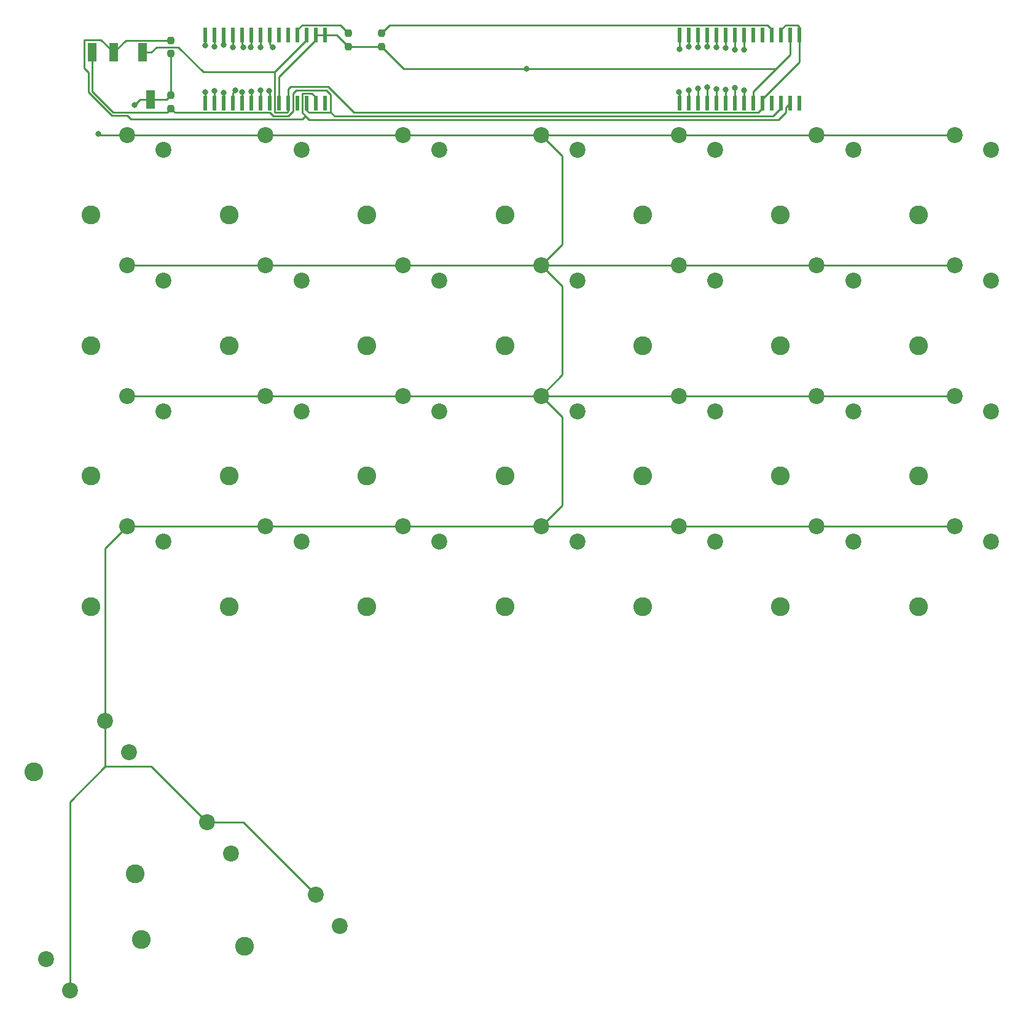
<source format=gbr>
%TF.GenerationSoftware,KiCad,Pcbnew,(6.0.10)*%
%TF.CreationDate,2023-01-22T22:35:48-08:00*%
%TF.ProjectId,keyboard_right,6b657962-6f61-4726-945f-72696768742e,rev?*%
%TF.SameCoordinates,Original*%
%TF.FileFunction,Copper,L1,Top*%
%TF.FilePolarity,Positive*%
%FSLAX46Y46*%
G04 Gerber Fmt 4.6, Leading zero omitted, Abs format (unit mm)*
G04 Created by KiCad (PCBNEW (6.0.10)) date 2023-01-22 22:35:48*
%MOMM*%
%LPD*%
G01*
G04 APERTURE LIST*
G04 Aperture macros list*
%AMRoundRect*
0 Rectangle with rounded corners*
0 $1 Rounding radius*
0 $2 $3 $4 $5 $6 $7 $8 $9 X,Y pos of 4 corners*
0 Add a 4 corners polygon primitive as box body*
4,1,4,$2,$3,$4,$5,$6,$7,$8,$9,$2,$3,0*
0 Add four circle primitives for the rounded corners*
1,1,$1+$1,$2,$3*
1,1,$1+$1,$4,$5*
1,1,$1+$1,$6,$7*
1,1,$1+$1,$8,$9*
0 Add four rect primitives between the rounded corners*
20,1,$1+$1,$2,$3,$4,$5,0*
20,1,$1+$1,$4,$5,$6,$7,0*
20,1,$1+$1,$6,$7,$8,$9,0*
20,1,$1+$1,$8,$9,$2,$3,0*%
G04 Aperture macros list end*
%TA.AperFunction,ComponentPad*%
%ADD10C,2.600000*%
%TD*%
%TA.AperFunction,ComponentPad*%
%ADD11C,2.200000*%
%TD*%
%TA.AperFunction,SMDPad,CuDef*%
%ADD12RoundRect,0.237500X-0.237500X0.250000X-0.237500X-0.250000X0.237500X-0.250000X0.237500X0.250000X0*%
%TD*%
%TA.AperFunction,SMDPad,CuDef*%
%ADD13R,1.200000X2.500000*%
%TD*%
%TA.AperFunction,SMDPad,CuDef*%
%ADD14R,0.600000X2.000000*%
%TD*%
%TA.AperFunction,SMDPad,CuDef*%
%ADD15RoundRect,0.237500X0.237500X-0.250000X0.237500X0.250000X-0.237500X0.250000X-0.237500X-0.250000X0*%
%TD*%
%TA.AperFunction,ViaPad*%
%ADD16C,0.800000*%
%TD*%
%TA.AperFunction,Conductor*%
%ADD17C,0.250000*%
%TD*%
G04 APERTURE END LIST*
D10*
%TO.P,SW25,*%
%TO.N,*%
X84000000Y-60150000D03*
D11*
%TO.P,SW25,1,1*%
%TO.N,+5V*%
X89000000Y-49100000D03*
%TO.P,SW25,2,2*%
%TO.N,Net-(SW25-Pad2)*%
X94000000Y-51200000D03*
%TD*%
D10*
%TO.P,SW5,*%
%TO.N,*%
X179000000Y-60150000D03*
D11*
%TO.P,SW5,1,1*%
%TO.N,+5V*%
X184000000Y-49100000D03*
%TO.P,SW5,2,2*%
%TO.N,Net-(SW5-Pad2)*%
X189000000Y-51200000D03*
%TD*%
D10*
%TO.P,SW12,*%
%TO.N,*%
X160000000Y-114150000D03*
D11*
%TO.P,SW12,1,1*%
%TO.N,+5V*%
X165000000Y-103100000D03*
%TO.P,SW12,2,2*%
%TO.N,Net-(SW12-Pad2)*%
X170000000Y-105200000D03*
%TD*%
D10*
%TO.P,SW6,*%
%TO.N,*%
X179000000Y-78150000D03*
D11*
%TO.P,SW6,1,1*%
%TO.N,+5V*%
X184000000Y-67100000D03*
%TO.P,SW6,2,2*%
%TO.N,Net-(SW6-Pad2)*%
X189000000Y-69200000D03*
%TD*%
D10*
%TO.P,SW7,*%
%TO.N,*%
X179000000Y-96150000D03*
D11*
%TO.P,SW7,1,1*%
%TO.N,+5V*%
X184000000Y-85100000D03*
%TO.P,SW7,2,2*%
%TO.N,Net-(SW7-Pad2)*%
X189000000Y-87200000D03*
%TD*%
D10*
%TO.P,SW19,*%
%TO.N,*%
X122000000Y-96150000D03*
D11*
%TO.P,SW19,1,1*%
%TO.N,+5V*%
X127000000Y-85100000D03*
%TO.P,SW19,2,2*%
%TO.N,Net-(SW19-Pad2)*%
X132000000Y-87200000D03*
%TD*%
D12*
%TO.P,R2,1*%
%TO.N,/SDA*%
X94935000Y-36087500D03*
%TO.P,R2,2*%
%TO.N,+5V*%
X94935000Y-37912500D03*
%TD*%
D10*
%TO.P,SW3,*%
%TO.N,*%
X198000000Y-96150000D03*
D11*
%TO.P,SW3,1,1*%
%TO.N,+5V*%
X203000000Y-85100000D03*
%TO.P,SW3,2,2*%
%TO.N,Net-(SW3-Pad2)*%
X208000000Y-87200000D03*
%TD*%
D10*
%TO.P,SW9,*%
%TO.N,*%
X160000000Y-60150000D03*
D11*
%TO.P,SW9,1,1*%
%TO.N,+5V*%
X165000000Y-49100000D03*
%TO.P,SW9,2,2*%
%TO.N,Net-(SW9-Pad2)*%
X170000000Y-51200000D03*
%TD*%
D10*
%TO.P,SW14,*%
%TO.N,*%
X141000000Y-78150000D03*
D11*
%TO.P,SW14,1,1*%
%TO.N,+5V*%
X146000000Y-67100000D03*
%TO.P,SW14,2,2*%
%TO.N,Net-(SW14-Pad2)*%
X151000000Y-69200000D03*
%TD*%
D10*
%TO.P,SW1,*%
%TO.N,*%
X198000000Y-60150000D03*
D11*
%TO.P,SW1,1,1*%
%TO.N,+5V*%
X203000000Y-49100000D03*
%TO.P,SW1,2,2*%
%TO.N,Net-(SW1-Pad2)*%
X208000000Y-51200000D03*
%TD*%
D10*
%TO.P,SW32,*%
%TO.N,*%
X105094873Y-160960031D03*
D11*
%TO.P,SW32,1,1*%
%TO.N,+5V*%
X114950000Y-153890450D03*
%TO.P,SW32,2,2*%
%TO.N,Net-(SW32-Pad2)*%
X118230127Y-158209103D03*
%TD*%
D10*
%TO.P,SW20,*%
%TO.N,*%
X122000000Y-114150000D03*
D11*
%TO.P,SW20,1,1*%
%TO.N,+5V*%
X127000000Y-103100000D03*
%TO.P,SW20,2,2*%
%TO.N,Net-(SW20-Pad2)*%
X132000000Y-105200000D03*
%TD*%
D10*
%TO.P,SW29,*%
%TO.N,*%
X76094873Y-136960031D03*
D11*
%TO.P,SW29,1,1*%
%TO.N,+5V*%
X85950000Y-129890450D03*
%TO.P,SW29,2,2*%
%TO.N,Net-(SW29-Pad2)*%
X89230127Y-134209103D03*
%TD*%
D10*
%TO.P,SW10,*%
%TO.N,*%
X160000000Y-78150000D03*
D11*
%TO.P,SW10,1,1*%
%TO.N,+5V*%
X165000000Y-67100000D03*
%TO.P,SW10,2,2*%
%TO.N,Net-(SW10-Pad2)*%
X170000000Y-69200000D03*
%TD*%
D13*
%TO.P,J1,R1*%
%TO.N,/SDA*%
X87095000Y-37750000D03*
%TO.P,J1,R2*%
%TO.N,/SCK*%
X84095000Y-37750000D03*
%TO.P,J1,S*%
%TO.N,+5V*%
X92195000Y-44250000D03*
%TO.P,J1,T*%
%TO.N,GND*%
X91095000Y-37750000D03*
%TD*%
D10*
%TO.P,SW8,*%
%TO.N,*%
X179000000Y-114150000D03*
D11*
%TO.P,SW8,1,1*%
%TO.N,+5V*%
X184000000Y-103100000D03*
%TO.P,SW8,2,2*%
%TO.N,Net-(SW8-Pad2)*%
X189000000Y-105200000D03*
%TD*%
D10*
%TO.P,SW31,*%
%TO.N,*%
X90094873Y-150960031D03*
D11*
%TO.P,SW31,1,1*%
%TO.N,+5V*%
X99950000Y-143890450D03*
%TO.P,SW31,2,2*%
%TO.N,Net-(SW31-Pad2)*%
X103230127Y-148209103D03*
%TD*%
D10*
%TO.P,SW15,*%
%TO.N,*%
X141000000Y-96150000D03*
D11*
%TO.P,SW15,1,1*%
%TO.N,+5V*%
X146000000Y-85100000D03*
%TO.P,SW15,2,2*%
%TO.N,Net-(SW15-Pad2)*%
X151000000Y-87200000D03*
%TD*%
D10*
%TO.P,SW2,*%
%TO.N,*%
X198000000Y-78150000D03*
D11*
%TO.P,SW2,1,1*%
%TO.N,+5V*%
X203000000Y-67100000D03*
%TO.P,SW2,2,2*%
%TO.N,Net-(SW2-Pad2)*%
X208000000Y-69200000D03*
%TD*%
D12*
%TO.P,R3,1*%
%TO.N,/Reset 1*%
X124000000Y-35087500D03*
%TO.P,R3,2*%
%TO.N,+5V*%
X124000000Y-36912500D03*
%TD*%
D14*
%TO.P,U1,1,GPB0*%
%TO.N,Net-(SW1-Pad2)*%
X165110000Y-44700000D03*
%TO.P,U1,2,GPB1*%
%TO.N,Net-(SW2-Pad2)*%
X166380000Y-44700000D03*
%TO.P,U1,3,GPB2*%
%TO.N,Net-(SW3-Pad2)*%
X167650000Y-44700000D03*
%TO.P,U1,4,GPB3*%
%TO.N,Net-(SW4-Pad2)*%
X168920000Y-44700000D03*
%TO.P,U1,5,GPB4*%
%TO.N,Net-(SW5-Pad2)*%
X170190000Y-44700000D03*
%TO.P,U1,6,GPB5*%
%TO.N,Net-(SW6-Pad2)*%
X171460000Y-44700000D03*
%TO.P,U1,7,GPB6*%
%TO.N,Net-(SW7-Pad2)*%
X172730000Y-44700000D03*
%TO.P,U1,8,GPB7*%
%TO.N,Net-(SW8-Pad2)*%
X174000000Y-44700000D03*
%TO.P,U1,9,VDD*%
%TO.N,+5V*%
X175270000Y-44700000D03*
%TO.P,U1,10,VSS*%
%TO.N,GND*%
X176540000Y-44700000D03*
%TO.P,U1,11,NC*%
%TO.N,unconnected-(U1-Pad11)*%
X177810000Y-44700000D03*
%TO.P,U1,12,SCK*%
%TO.N,/SCK*%
X179080000Y-44700000D03*
%TO.P,U1,13,SDA*%
%TO.N,/SDA*%
X180350000Y-44700000D03*
%TO.P,U1,14,NC*%
%TO.N,unconnected-(U1-Pad14)*%
X181620000Y-44700000D03*
%TO.P,U1,15,A0*%
%TO.N,GND*%
X181620000Y-35300000D03*
%TO.P,U1,16,A1*%
%TO.N,+5V*%
X180350000Y-35300000D03*
%TO.P,U1,17,A2*%
%TO.N,GND*%
X179080000Y-35300000D03*
%TO.P,U1,18,~{RESET}*%
%TO.N,/Reset 1*%
X177810000Y-35300000D03*
%TO.P,U1,19,INTB*%
%TO.N,unconnected-(U1-Pad19)*%
X176540000Y-35300000D03*
%TO.P,U1,20,INTA*%
%TO.N,unconnected-(U1-Pad20)*%
X175270000Y-35300000D03*
%TO.P,U1,21,GPA0*%
%TO.N,Net-(SW9-Pad2)*%
X174000000Y-35300000D03*
%TO.P,U1,22,GPA1*%
%TO.N,Net-(SW10-Pad2)*%
X172730000Y-35300000D03*
%TO.P,U1,23,GPA2*%
%TO.N,Net-(SW11-Pad2)*%
X171460000Y-35300000D03*
%TO.P,U1,24,GPA3*%
%TO.N,Net-(SW12-Pad2)*%
X170190000Y-35300000D03*
%TO.P,U1,25,GPA4*%
%TO.N,Net-(SW13-Pad2)*%
X168920000Y-35300000D03*
%TO.P,U1,26,GPA5*%
%TO.N,Net-(SW14-Pad2)*%
X167650000Y-35300000D03*
%TO.P,U1,27,GPA6*%
%TO.N,Net-(SW15-Pad2)*%
X166380000Y-35300000D03*
%TO.P,U1,28,GPA7*%
%TO.N,Net-(SW16-Pad2)*%
X165110000Y-35300000D03*
%TD*%
D10*
%TO.P,SW11,*%
%TO.N,*%
X160000000Y-96150000D03*
D11*
%TO.P,SW11,1,1*%
%TO.N,+5V*%
X165000000Y-85100000D03*
%TO.P,SW11,2,2*%
%TO.N,Net-(SW11-Pad2)*%
X170000000Y-87200000D03*
%TD*%
D10*
%TO.P,SW30,*%
%TO.N,*%
X90905127Y-160039969D03*
D11*
%TO.P,SW30,1,1*%
%TO.N,+5V*%
X81050000Y-167109550D03*
%TO.P,SW30,2,2*%
%TO.N,Net-(SW30-Pad2)*%
X77769873Y-162790897D03*
%TD*%
D12*
%TO.P,R4,1*%
%TO.N,/Reset 2*%
X119412500Y-35087500D03*
%TO.P,R4,2*%
%TO.N,+5V*%
X119412500Y-36912500D03*
%TD*%
D10*
%TO.P,SW22,*%
%TO.N,*%
X103000000Y-78150000D03*
D11*
%TO.P,SW22,1,1*%
%TO.N,+5V*%
X108000000Y-67100000D03*
%TO.P,SW22,2,2*%
%TO.N,Net-(SW22-Pad2)*%
X113000000Y-69200000D03*
%TD*%
D10*
%TO.P,SW4,*%
%TO.N,*%
X198000000Y-114150000D03*
D11*
%TO.P,SW4,1,1*%
%TO.N,+5V*%
X203000000Y-103100000D03*
%TO.P,SW4,2,2*%
%TO.N,Net-(SW4-Pad2)*%
X208000000Y-105200000D03*
%TD*%
D10*
%TO.P,SW21,*%
%TO.N,*%
X103000000Y-60150000D03*
D11*
%TO.P,SW21,1,1*%
%TO.N,+5V*%
X108000000Y-49100000D03*
%TO.P,SW21,2,2*%
%TO.N,Net-(SW21-Pad2)*%
X113000000Y-51200000D03*
%TD*%
D10*
%TO.P,SW17,*%
%TO.N,*%
X122000000Y-60150000D03*
D11*
%TO.P,SW17,1,1*%
%TO.N,+5V*%
X127000000Y-49100000D03*
%TO.P,SW17,2,2*%
%TO.N,Net-(SW17-Pad2)*%
X132000000Y-51200000D03*
%TD*%
D10*
%TO.P,SW16,*%
%TO.N,*%
X141000000Y-114150000D03*
D11*
%TO.P,SW16,1,1*%
%TO.N,+5V*%
X146000000Y-103100000D03*
%TO.P,SW16,2,2*%
%TO.N,Net-(SW16-Pad2)*%
X151000000Y-105200000D03*
%TD*%
D15*
%TO.P,R1,1*%
%TO.N,/SCK*%
X95000000Y-45490552D03*
%TO.P,R1,2*%
%TO.N,+5V*%
X95000000Y-43665552D03*
%TD*%
D10*
%TO.P,SW26,*%
%TO.N,*%
X84000000Y-78150000D03*
D11*
%TO.P,SW26,1,1*%
%TO.N,+5V*%
X89000000Y-67100000D03*
%TO.P,SW26,2,2*%
%TO.N,Net-(SW26-Pad2)*%
X94000000Y-69200000D03*
%TD*%
D14*
%TO.P,U2,1,GPB0*%
%TO.N,Net-(SW17-Pad2)*%
X99745000Y-44700000D03*
%TO.P,U2,2,GPB1*%
%TO.N,Net-(SW18-Pad2)*%
X101015000Y-44700000D03*
%TO.P,U2,3,GPB2*%
%TO.N,Net-(SW19-Pad2)*%
X102285000Y-44700000D03*
%TO.P,U2,4,GPB3*%
%TO.N,Net-(SW20-Pad2)*%
X103555000Y-44700000D03*
%TO.P,U2,5,GPB4*%
%TO.N,Net-(SW21-Pad2)*%
X104825000Y-44700000D03*
%TO.P,U2,6,GPB5*%
%TO.N,Net-(SW22-Pad2)*%
X106095000Y-44700000D03*
%TO.P,U2,7,GPB6*%
%TO.N,Net-(SW23-Pad2)*%
X107365000Y-44700000D03*
%TO.P,U2,8,GPB7*%
%TO.N,Net-(SW24-Pad2)*%
X108635000Y-44700000D03*
%TO.P,U2,9,VDD*%
%TO.N,+5V*%
X109905000Y-44700000D03*
%TO.P,U2,10,VSS*%
%TO.N,GND*%
X111175000Y-44700000D03*
%TO.P,U2,11,NC*%
%TO.N,unconnected-(U2-Pad11)*%
X112445000Y-44700000D03*
%TO.P,U2,12,SCK*%
%TO.N,/SCK*%
X113715000Y-44700000D03*
%TO.P,U2,13,SDA*%
%TO.N,/SDA*%
X114985000Y-44700000D03*
%TO.P,U2,14,NC*%
%TO.N,unconnected-(U2-Pad14)*%
X116255000Y-44700000D03*
%TO.P,U2,15,A0*%
%TO.N,+5V*%
X116255000Y-35300000D03*
%TO.P,U2,16,A1*%
X114985000Y-35300000D03*
%TO.P,U2,17,A2*%
%TO.N,GND*%
X113715000Y-35300000D03*
%TO.P,U2,18,~{RESET}*%
%TO.N,/Reset 2*%
X112445000Y-35300000D03*
%TO.P,U2,19,INTB*%
%TO.N,unconnected-(U2-Pad19)*%
X111175000Y-35300000D03*
%TO.P,U2,20,INTA*%
%TO.N,unconnected-(U2-Pad20)*%
X109905000Y-35300000D03*
%TO.P,U2,21,GPA0*%
%TO.N,Net-(SW25-Pad2)*%
X108635000Y-35300000D03*
%TO.P,U2,22,GPA1*%
%TO.N,Net-(SW26-Pad2)*%
X107365000Y-35300000D03*
%TO.P,U2,23,GPA2*%
%TO.N,Net-(SW27-Pad2)*%
X106095000Y-35300000D03*
%TO.P,U2,24,GPA3*%
%TO.N,Net-(SW28-Pad2)*%
X104825000Y-35300000D03*
%TO.P,U2,25,GPA4*%
%TO.N,Net-(SW29-Pad2)*%
X103555000Y-35300000D03*
%TO.P,U2,26,GPA5*%
%TO.N,Net-(SW30-Pad2)*%
X102285000Y-35300000D03*
%TO.P,U2,27,GPA6*%
%TO.N,Net-(SW31-Pad2)*%
X101015000Y-35300000D03*
%TO.P,U2,28,GPA7*%
%TO.N,Net-(SW32-Pad2)*%
X99745000Y-35300000D03*
%TD*%
D10*
%TO.P,SW24,*%
%TO.N,*%
X103000000Y-114150000D03*
D11*
%TO.P,SW24,1,1*%
%TO.N,+5V*%
X108000000Y-103100000D03*
%TO.P,SW24,2,2*%
%TO.N,Net-(SW24-Pad2)*%
X113000000Y-105200000D03*
%TD*%
D10*
%TO.P,SW18,*%
%TO.N,*%
X122000000Y-78150000D03*
D11*
%TO.P,SW18,1,1*%
%TO.N,+5V*%
X127000000Y-67100000D03*
%TO.P,SW18,2,2*%
%TO.N,Net-(SW18-Pad2)*%
X132000000Y-69200000D03*
%TD*%
D10*
%TO.P,SW27,*%
%TO.N,*%
X84000000Y-96150000D03*
D11*
%TO.P,SW27,1,1*%
%TO.N,+5V*%
X89000000Y-85100000D03*
%TO.P,SW27,2,2*%
%TO.N,Net-(SW27-Pad2)*%
X94000000Y-87200000D03*
%TD*%
D10*
%TO.P,SW28,*%
%TO.N,*%
X84000000Y-114150000D03*
D11*
%TO.P,SW28,1,1*%
%TO.N,+5V*%
X89000000Y-103100000D03*
%TO.P,SW28,2,2*%
%TO.N,Net-(SW28-Pad2)*%
X94000000Y-105200000D03*
%TD*%
D10*
%TO.P,SW13,*%
%TO.N,*%
X141000000Y-60150000D03*
D11*
%TO.P,SW13,1,1*%
%TO.N,+5V*%
X146000000Y-49100000D03*
%TO.P,SW13,2,2*%
%TO.N,Net-(SW13-Pad2)*%
X151000000Y-51200000D03*
%TD*%
D10*
%TO.P,SW23,*%
%TO.N,*%
X103000000Y-96150000D03*
D11*
%TO.P,SW23,1,1*%
%TO.N,+5V*%
X108000000Y-85100000D03*
%TO.P,SW23,2,2*%
%TO.N,Net-(SW23-Pad2)*%
X113000000Y-87200000D03*
%TD*%
D16*
%TO.N,+5V*%
X90000000Y-45000000D03*
X85000000Y-49000000D03*
X144000000Y-40000000D03*
%TO.N,Net-(SW1-Pad2)*%
X165000000Y-43255000D03*
%TO.N,Net-(SW2-Pad2)*%
X166380000Y-42985000D03*
%TO.N,Net-(SW3-Pad2)*%
X167650000Y-42715000D03*
%TO.N,Net-(SW4-Pad2)*%
X168920000Y-42555000D03*
%TO.N,Net-(SW5-Pad2)*%
X170190000Y-42825000D03*
%TO.N,Net-(SW6-Pad2)*%
X171460000Y-42905000D03*
%TO.N,Net-(SW7-Pad2)*%
X172730000Y-42635000D03*
%TO.N,Net-(SW8-Pad2)*%
X174000000Y-43000000D03*
%TO.N,Net-(SW9-Pad2)*%
X174000000Y-37365000D03*
%TO.N,Net-(SW10-Pad2)*%
X172730000Y-37365000D03*
%TO.N,Net-(SW11-Pad2)*%
X171460000Y-37095000D03*
%TO.N,Net-(SW12-Pad2)*%
X170190000Y-37000000D03*
%TO.N,Net-(SW13-Pad2)*%
X168920000Y-36920000D03*
%TO.N,Net-(SW14-Pad2)*%
X167650000Y-37000000D03*
%TO.N,Net-(SW15-Pad2)*%
X166380000Y-36985000D03*
%TO.N,Net-(SW16-Pad2)*%
X165110000Y-37255000D03*
%TO.N,Net-(SW17-Pad2)*%
X99745000Y-43255000D03*
%TO.N,Net-(SW18-Pad2)*%
X101015000Y-43015000D03*
%TO.N,Net-(SW19-Pad2)*%
X102285000Y-43285000D03*
%TO.N,Net-(SW20-Pad2)*%
X103847253Y-42967599D03*
%TO.N,Net-(SW21-Pad2)*%
X104825000Y-43175000D03*
%TO.N,Net-(SW22-Pad2)*%
X106095000Y-43095000D03*
%TO.N,Net-(SW23-Pad2)*%
X107365000Y-43000000D03*
%TO.N,Net-(SW24-Pad2)*%
X108555500Y-43079500D03*
%TO.N,Net-(SW25-Pad2)*%
X109000000Y-37000000D03*
%TO.N,Net-(SW26-Pad2)*%
X107365000Y-37000000D03*
%TO.N,Net-(SW27-Pad2)*%
X106000000Y-37000000D03*
%TO.N,Net-(SW28-Pad2)*%
X105000000Y-37000000D03*
%TO.N,Net-(SW29-Pad2)*%
X103555000Y-37000000D03*
%TO.N,Net-(SW30-Pad2)*%
X102285000Y-36715000D03*
%TO.N,Net-(SW31-Pad2)*%
X101000614Y-36984781D03*
%TO.N,Net-(SW32-Pad2)*%
X99745000Y-36745000D03*
%TD*%
D17*
%TO.N,/SDA*%
X89000000Y-46450000D02*
X89475000Y-46925000D01*
X113090000Y-46925000D02*
X113540000Y-46475000D01*
X88757500Y-36087500D02*
X94935000Y-36087500D01*
X83000000Y-36000000D02*
X83000000Y-39914008D01*
X113070000Y-46005000D02*
X113070000Y-43395000D01*
X180350000Y-44700000D02*
X179705000Y-45345000D01*
X113070000Y-43395000D02*
X113090000Y-43375000D01*
X115000000Y-44685000D02*
X114985000Y-44700000D01*
X179705000Y-45345000D02*
X179705000Y-46025000D01*
X114065000Y-47000000D02*
X113540000Y-46475000D01*
X178730000Y-47000000D02*
X114065000Y-47000000D01*
X83620001Y-40534009D02*
X83620001Y-43256397D01*
X87095000Y-37750000D02*
X88757500Y-36087500D01*
X114375000Y-43375000D02*
X115000000Y-44000000D01*
X85345000Y-36000000D02*
X83000000Y-36000000D01*
X113090000Y-43375000D02*
X114375000Y-43375000D01*
X83000000Y-39914008D02*
X83620001Y-40534009D01*
X87095000Y-37750000D02*
X85345000Y-36000000D01*
X179705000Y-46025000D02*
X178730000Y-47000000D01*
X89475000Y-46925000D02*
X113090000Y-46925000D01*
X113540000Y-46475000D02*
X113070000Y-46005000D01*
X86813604Y-46450000D02*
X89000000Y-46450000D01*
X115000000Y-44000000D02*
X115000000Y-44685000D01*
X83620001Y-43256397D02*
X86813604Y-46450000D01*
%TO.N,/SCK*%
X117025000Y-46025000D02*
X114025000Y-46025000D01*
X117025000Y-46025000D02*
X117550000Y-46550000D01*
X113715000Y-45715000D02*
X113715000Y-44700000D01*
X117025000Y-43520000D02*
X116430000Y-42925000D01*
X114025000Y-46025000D02*
X113715000Y-45715000D01*
X111820000Y-43375000D02*
X111820000Y-45816396D01*
X94490552Y-46000000D02*
X87000000Y-46000000D01*
X117550000Y-46550000D02*
X177930000Y-46550000D01*
X95534448Y-46025000D02*
X95000000Y-45490552D01*
X108643604Y-46025000D02*
X95534448Y-46025000D01*
X117025000Y-46025000D02*
X117025000Y-43520000D01*
X95000000Y-45490552D02*
X94490552Y-46000000D01*
X112270000Y-42925000D02*
X111820000Y-43375000D01*
X116430000Y-42925000D02*
X112270000Y-42925000D01*
X109093604Y-46475000D02*
X108643604Y-46025000D01*
X87000000Y-46000000D02*
X84095000Y-43095000D01*
X84095000Y-43095000D02*
X84095000Y-37750000D01*
X177930000Y-46550000D02*
X179080000Y-45400000D01*
X111820000Y-45816396D02*
X111161396Y-46475000D01*
X111161396Y-46475000D02*
X109093604Y-46475000D01*
%TO.N,+5V*%
X184000000Y-67100000D02*
X203000000Y-67100000D01*
X108000000Y-103100000D02*
X89000000Y-103100000D01*
X89000000Y-49100000D02*
X108000000Y-49100000D01*
X127000000Y-85100000D02*
X108000000Y-85100000D01*
X184000000Y-103100000D02*
X203000000Y-103100000D01*
X146000000Y-85100000D02*
X148900001Y-82199999D01*
X146000000Y-49100000D02*
X165000000Y-49100000D01*
X92195000Y-44250000D02*
X90750000Y-44250000D01*
X85950000Y-136209550D02*
X85950000Y-129890450D01*
X165000000Y-49100000D02*
X184000000Y-49100000D01*
X146000000Y-67100000D02*
X127000000Y-67100000D01*
X108000000Y-85100000D02*
X89000000Y-85100000D01*
X146000000Y-67100000D02*
X165000000Y-67100000D01*
X146000000Y-49100000D02*
X148900001Y-52000001D01*
X148900001Y-88000001D02*
X146000000Y-85100000D01*
X95000000Y-43665552D02*
X94415552Y-44250000D01*
X148900001Y-52000001D02*
X148900001Y-64199999D01*
X127000000Y-103100000D02*
X108000000Y-103100000D01*
X127087500Y-40000000D02*
X124000000Y-36912500D01*
X146000000Y-85100000D02*
X127000000Y-85100000D01*
X146000000Y-103100000D02*
X127000000Y-103100000D01*
X108000000Y-67100000D02*
X89000000Y-67100000D01*
X94935000Y-43600552D02*
X95000000Y-43665552D01*
X94415552Y-44250000D02*
X92195000Y-44250000D01*
X127000000Y-67100000D02*
X108000000Y-67100000D01*
X92269100Y-136209550D02*
X99950000Y-143890450D01*
X85950000Y-136209550D02*
X92269100Y-136209550D01*
X117800000Y-35300000D02*
X119412500Y-36912500D01*
X144000000Y-40000000D02*
X127087500Y-40000000D01*
X89000000Y-103100000D02*
X85950000Y-106150000D01*
X165000000Y-103100000D02*
X184000000Y-103100000D01*
X114985000Y-35300000D02*
X114985000Y-36000000D01*
X85950000Y-106150000D02*
X85950000Y-129890450D01*
X148900001Y-82199999D02*
X148900001Y-70000001D01*
X116255000Y-35300000D02*
X114985000Y-35300000D01*
X148900001Y-70000001D02*
X146000000Y-67100000D01*
X85000000Y-49000000D02*
X85100000Y-49100000D01*
X94935000Y-37912500D02*
X94935000Y-43600552D01*
X124000000Y-36912500D02*
X119412500Y-36912500D01*
X148900001Y-100199999D02*
X148900001Y-88000001D01*
X148900001Y-64199999D02*
X146000000Y-67100000D01*
X81050000Y-141109550D02*
X85950000Y-136209550D01*
X184000000Y-85100000D02*
X203000000Y-85100000D01*
X146000000Y-85100000D02*
X165000000Y-85100000D01*
X109905000Y-41080000D02*
X109905000Y-44700000D01*
X165000000Y-85100000D02*
X184000000Y-85100000D01*
X116255000Y-35300000D02*
X117800000Y-35300000D01*
X81050000Y-141109550D02*
X81050000Y-167109550D01*
X146000000Y-103100000D02*
X148900001Y-100199999D01*
X175270000Y-43095000D02*
X178365000Y-40000000D01*
X175270000Y-44700000D02*
X175270000Y-43095000D01*
X90750000Y-44250000D02*
X90000000Y-45000000D01*
X144000000Y-40000000D02*
X178365000Y-40000000D01*
X165000000Y-67100000D02*
X184000000Y-67100000D01*
X127000000Y-49100000D02*
X146000000Y-49100000D01*
X99950000Y-143890450D02*
X104950000Y-143890450D01*
X104950000Y-143890450D02*
X114950000Y-153890450D01*
X203000000Y-49100000D02*
X184000000Y-49100000D01*
X85100000Y-49100000D02*
X89000000Y-49100000D01*
X180350000Y-38015000D02*
X180350000Y-35300000D01*
X146000000Y-103100000D02*
X165000000Y-103100000D01*
X178365000Y-40000000D02*
X180350000Y-38015000D01*
X108000000Y-49100000D02*
X127000000Y-49100000D01*
X114985000Y-36000000D02*
X109905000Y-41080000D01*
%TO.N,GND*%
X111175000Y-45825000D02*
X111175000Y-44700000D01*
X116616396Y-42475000D02*
X111525000Y-42475000D01*
X176540000Y-45400000D02*
X175915000Y-46025000D01*
X111525000Y-42475000D02*
X111175000Y-42825000D01*
X113715000Y-36000000D02*
X109280000Y-40435000D01*
X179705000Y-33975000D02*
X181340000Y-33975000D01*
X109280000Y-46025000D02*
X110975000Y-46025000D01*
X99435000Y-40435000D02*
X109280000Y-40435000D01*
X175915000Y-46025000D02*
X120166396Y-46025000D01*
X93000000Y-37000000D02*
X96000000Y-37000000D01*
X181620000Y-39095000D02*
X176540000Y-44175000D01*
X92250000Y-37750000D02*
X93000000Y-37000000D01*
X96000000Y-37000000D02*
X99435000Y-40435000D01*
X91095000Y-37750000D02*
X92250000Y-37750000D01*
X111175000Y-42825000D02*
X111175000Y-44700000D01*
X181340000Y-33975000D02*
X181620000Y-34255000D01*
X120166396Y-46025000D02*
X116616396Y-42475000D01*
X179080000Y-34600000D02*
X179705000Y-33975000D01*
X181620000Y-35300000D02*
X181620000Y-39095000D01*
X113715000Y-35300000D02*
X113715000Y-36000000D01*
X110975000Y-46025000D02*
X111175000Y-45825000D01*
X109280000Y-40435000D02*
X109280000Y-46025000D01*
%TO.N,/Reset 1*%
X177185000Y-33975000D02*
X177810000Y-34600000D01*
X125112500Y-33975000D02*
X177185000Y-33975000D01*
X124000000Y-35087500D02*
X125112500Y-33975000D01*
%TO.N,/Reset 2*%
X112445000Y-34600000D02*
X113070000Y-33975000D01*
X118300000Y-33975000D02*
X119412500Y-35087500D01*
X113070000Y-33975000D02*
X118300000Y-33975000D01*
X112445000Y-35300000D02*
X112445000Y-34600000D01*
%TO.N,Net-(SW1-Pad2)*%
X165110000Y-43255000D02*
X165110000Y-44700000D01*
%TO.N,Net-(SW2-Pad2)*%
X166380000Y-42985000D02*
X166380000Y-44700000D01*
%TO.N,Net-(SW3-Pad2)*%
X167650000Y-42715000D02*
X167650000Y-44700000D01*
%TO.N,Net-(SW4-Pad2)*%
X168920000Y-42555000D02*
X168920000Y-44700000D01*
%TO.N,Net-(SW5-Pad2)*%
X170190000Y-44700000D02*
X170190000Y-42825000D01*
%TO.N,Net-(SW6-Pad2)*%
X171460000Y-42905000D02*
X171460000Y-44700000D01*
%TO.N,Net-(SW7-Pad2)*%
X172730000Y-42635000D02*
X172730000Y-44700000D01*
%TO.N,Net-(SW8-Pad2)*%
X174000000Y-44700000D02*
X174000000Y-43000000D01*
%TO.N,Net-(SW9-Pad2)*%
X174000000Y-37365000D02*
X174000000Y-35300000D01*
%TO.N,Net-(SW10-Pad2)*%
X172730000Y-37365000D02*
X172730000Y-35300000D01*
%TO.N,Net-(SW11-Pad2)*%
X171460000Y-35300000D02*
X171460000Y-37095000D01*
%TO.N,Net-(SW12-Pad2)*%
X170190000Y-37000000D02*
X170190000Y-35300000D01*
%TO.N,Net-(SW13-Pad2)*%
X168920000Y-36920000D02*
X168920000Y-35300000D01*
%TO.N,Net-(SW14-Pad2)*%
X167650000Y-37000000D02*
X167650000Y-35300000D01*
%TO.N,Net-(SW15-Pad2)*%
X166380000Y-36985000D02*
X166380000Y-35300000D01*
%TO.N,Net-(SW16-Pad2)*%
X165110000Y-37255000D02*
X165110000Y-35300000D01*
%TO.N,Net-(SW17-Pad2)*%
X99745000Y-43255000D02*
X99745000Y-44700000D01*
%TO.N,Net-(SW18-Pad2)*%
X101015000Y-43015000D02*
X101015000Y-44700000D01*
%TO.N,Net-(SW19-Pad2)*%
X102285000Y-43285000D02*
X102285000Y-44700000D01*
%TO.N,Net-(SW20-Pad2)*%
X103847253Y-42967599D02*
X103555000Y-43259852D01*
X103555000Y-43259852D02*
X103555000Y-44700000D01*
%TO.N,Net-(SW21-Pad2)*%
X104825000Y-43175000D02*
X104825000Y-44700000D01*
%TO.N,Net-(SW22-Pad2)*%
X106095000Y-43095000D02*
X106095000Y-44700000D01*
%TO.N,Net-(SW23-Pad2)*%
X107365000Y-43000000D02*
X107365000Y-44700000D01*
%TO.N,Net-(SW24-Pad2)*%
X108555500Y-43079500D02*
X108635000Y-43159000D01*
X108635000Y-43159000D02*
X108635000Y-44700000D01*
%TO.N,Net-(SW25-Pad2)*%
X108635000Y-36635000D02*
X108635000Y-35300000D01*
X109000000Y-37000000D02*
X108635000Y-36635000D01*
%TO.N,Net-(SW26-Pad2)*%
X107365000Y-37000000D02*
X107365000Y-35300000D01*
%TO.N,Net-(SW27-Pad2)*%
X106095000Y-36905000D02*
X106000000Y-37000000D01*
X106095000Y-35300000D02*
X106095000Y-36905000D01*
%TO.N,Net-(SW28-Pad2)*%
X104825000Y-35300000D02*
X104825000Y-36825000D01*
X104825000Y-36825000D02*
X105000000Y-37000000D01*
%TO.N,Net-(SW29-Pad2)*%
X103555000Y-35300000D02*
X103555000Y-37000000D01*
%TO.N,Net-(SW30-Pad2)*%
X102285000Y-36715000D02*
X102285000Y-35300000D01*
%TO.N,Net-(SW31-Pad2)*%
X101015000Y-36970395D02*
X101015000Y-35300000D01*
X101000614Y-36984781D02*
X101015000Y-36970395D01*
%TO.N,Net-(SW32-Pad2)*%
X99745000Y-36745000D02*
X99745000Y-35300000D01*
%TD*%
M02*

</source>
